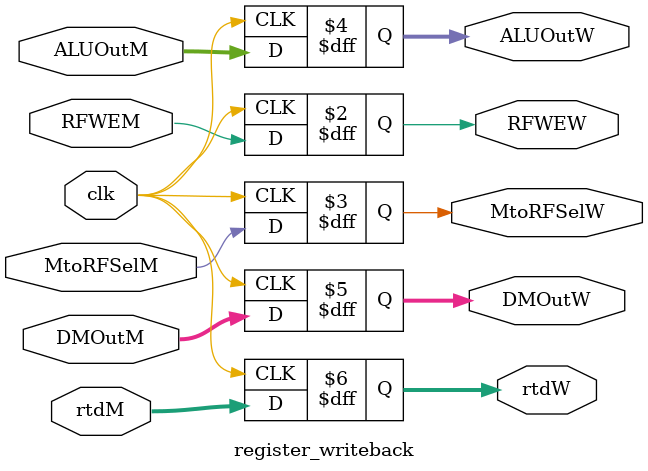
<source format=v>
`timescale 1ns / 1ps


module register_writeback #(parameter WORD_SIZE = 32)
                           (input clk,
                            input RFWEM, MtoRFSelM,
                            input [WORD_SIZE - 1 : 0] ALUOutM, DMOutM,
                            input [4:0] rtdM,
                            output reg RFWEW, MtoRFSelW,
                            output reg [WORD_SIZE - 1 : 0] ALUOutW, DMOutW,
                            output reg [4:0] rtdW);

    always @ (posedge clk) begin
        RFWEW <= RFWEM;
        MtoRFSelW <= MtoRFSelM;
        ALUOutW <= ALUOutM;
        DMOutW <= DMOutM;
        rtdW <= rtdM;
    end
endmodule

</source>
